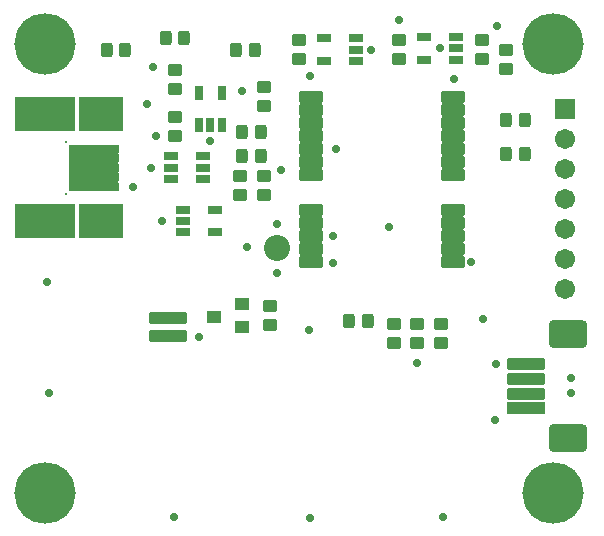
<source format=gts>
%FSLAX43Y43*%
%MOMM*%
G71*
G01*
G75*
G04 Layer_Color=8388736*
G04:AMPARAMS|DCode=10|XSize=1mm|YSize=0.8mm|CornerRadius=0.12mm|HoleSize=0mm|Usage=FLASHONLY|Rotation=270.000|XOffset=0mm|YOffset=0mm|HoleType=Round|Shape=RoundedRectangle|*
%AMROUNDEDRECTD10*
21,1,1.000,0.560,0,0,270.0*
21,1,0.760,0.800,0,0,270.0*
1,1,0.240,-0.280,-0.380*
1,1,0.240,-0.280,0.380*
1,1,0.240,0.280,0.380*
1,1,0.240,0.280,-0.380*
%
%ADD10ROUNDEDRECTD10*%
G04:AMPARAMS|DCode=11|XSize=1mm|YSize=0.8mm|CornerRadius=0.12mm|HoleSize=0mm|Usage=FLASHONLY|Rotation=0.000|XOffset=0mm|YOffset=0mm|HoleType=Round|Shape=RoundedRectangle|*
%AMROUNDEDRECTD11*
21,1,1.000,0.560,0,0,0.0*
21,1,0.760,0.800,0,0,0.0*
1,1,0.240,0.380,-0.280*
1,1,0.240,-0.380,-0.280*
1,1,0.240,-0.380,0.280*
1,1,0.240,0.380,0.280*
%
%ADD11ROUNDEDRECTD11*%
%ADD12R,1.100X0.550*%
%ADD13R,0.550X1.100*%
G04:AMPARAMS|DCode=14|XSize=0.8mm|YSize=3mm|CornerRadius=0.08mm|HoleSize=0mm|Usage=FLASHONLY|Rotation=270.000|XOffset=0mm|YOffset=0mm|HoleType=Round|Shape=RoundedRectangle|*
%AMROUNDEDRECTD14*
21,1,0.800,2.840,0,0,270.0*
21,1,0.640,3.000,0,0,270.0*
1,1,0.160,-1.420,-0.320*
1,1,0.160,-1.420,0.320*
1,1,0.160,1.420,0.320*
1,1,0.160,1.420,-0.320*
%
%ADD14ROUNDEDRECTD14*%
%ADD15R,1.100X0.850*%
G04:AMPARAMS|DCode=16|XSize=2.1mm|YSize=3mm|CornerRadius=0.21mm|HoleSize=0mm|Usage=FLASHONLY|Rotation=270.000|XOffset=0mm|YOffset=0mm|HoleType=Round|Shape=RoundedRectangle|*
%AMROUNDEDRECTD16*
21,1,2.100,2.580,0,0,270.0*
21,1,1.680,3.000,0,0,270.0*
1,1,0.420,-1.290,-0.840*
1,1,0.420,-1.290,0.840*
1,1,0.420,1.290,0.840*
1,1,0.420,1.290,-0.840*
%
%ADD16ROUNDEDRECTD16*%
%ADD17R,3.000X0.800*%
G04:AMPARAMS|DCode=18|XSize=1.8mm|YSize=0.8mm|CornerRadius=0.08mm|HoleSize=0mm|Usage=FLASHONLY|Rotation=180.000|XOffset=0mm|YOffset=0mm|HoleType=Round|Shape=RoundedRectangle|*
%AMROUNDEDRECTD18*
21,1,1.800,0.640,0,0,180.0*
21,1,1.640,0.800,0,0,180.0*
1,1,0.160,-0.820,0.320*
1,1,0.160,0.820,0.320*
1,1,0.160,0.820,-0.320*
1,1,0.160,-0.820,-0.320*
%
%ADD18ROUNDEDRECTD18*%
%ADD19R,4.000X0.500*%
%ADD20R,3.500X2.700*%
%ADD21R,5.000X2.700*%
%ADD22C,0.300*%
%ADD23C,0.200*%
%ADD24C,0.500*%
%ADD25C,5.000*%
%ADD26C,1.500*%
%ADD27C,1.500*%
%ADD28R,1.500X1.500*%
%ADD29C,2.000*%
%ADD30C,0.900*%
%ADD31C,1.400*%
%ADD32C,0.254*%
%ADD33C,0.100*%
%ADD34C,0.152*%
%ADD35C,0.051*%
%ADD36C,0.150*%
%ADD37C,1.000*%
G04:AMPARAMS|DCode=38|XSize=1.203mm|YSize=1.003mm|CornerRadius=0.222mm|HoleSize=0mm|Usage=FLASHONLY|Rotation=270.000|XOffset=0mm|YOffset=0mm|HoleType=Round|Shape=RoundedRectangle|*
%AMROUNDEDRECTD38*
21,1,1.203,0.560,0,0,270.0*
21,1,0.760,1.003,0,0,270.0*
1,1,0.443,-0.280,-0.380*
1,1,0.443,-0.280,0.380*
1,1,0.443,0.280,0.380*
1,1,0.443,0.280,-0.380*
%
%ADD38ROUNDEDRECTD38*%
G04:AMPARAMS|DCode=39|XSize=1.203mm|YSize=1.003mm|CornerRadius=0.222mm|HoleSize=0mm|Usage=FLASHONLY|Rotation=0.000|XOffset=0mm|YOffset=0mm|HoleType=Round|Shape=RoundedRectangle|*
%AMROUNDEDRECTD39*
21,1,1.203,0.560,0,0,0.0*
21,1,0.760,1.003,0,0,0.0*
1,1,0.443,0.380,-0.280*
1,1,0.443,-0.380,-0.280*
1,1,0.443,-0.380,0.280*
1,1,0.443,0.380,0.280*
%
%ADD39ROUNDEDRECTD39*%
%ADD40R,1.303X0.753*%
%ADD41R,0.753X1.303*%
G04:AMPARAMS|DCode=42|XSize=1.003mm|YSize=3.203mm|CornerRadius=0.182mm|HoleSize=0mm|Usage=FLASHONLY|Rotation=270.000|XOffset=0mm|YOffset=0mm|HoleType=Round|Shape=RoundedRectangle|*
%AMROUNDEDRECTD42*
21,1,1.003,2.840,0,0,270.0*
21,1,0.640,3.203,0,0,270.0*
1,1,0.363,-1.420,-0.320*
1,1,0.363,-1.420,0.320*
1,1,0.363,1.420,0.320*
1,1,0.363,1.420,-0.320*
%
%ADD42ROUNDEDRECTD42*%
%ADD43R,1.303X1.053*%
G04:AMPARAMS|DCode=44|XSize=2.303mm|YSize=3.203mm|CornerRadius=0.312mm|HoleSize=0mm|Usage=FLASHONLY|Rotation=270.000|XOffset=0mm|YOffset=0mm|HoleType=Round|Shape=RoundedRectangle|*
%AMROUNDEDRECTD44*
21,1,2.303,2.580,0,0,270.0*
21,1,1.680,3.203,0,0,270.0*
1,1,0.623,-1.290,-0.840*
1,1,0.623,-1.290,0.840*
1,1,0.623,1.290,0.840*
1,1,0.623,1.290,-0.840*
%
%ADD44ROUNDEDRECTD44*%
%ADD45R,3.203X1.003*%
G04:AMPARAMS|DCode=46|XSize=2.003mm|YSize=1.003mm|CornerRadius=0.182mm|HoleSize=0mm|Usage=FLASHONLY|Rotation=180.000|XOffset=0mm|YOffset=0mm|HoleType=Round|Shape=RoundedRectangle|*
%AMROUNDEDRECTD46*
21,1,2.003,0.640,0,0,180.0*
21,1,1.640,1.003,0,0,180.0*
1,1,0.363,-0.820,0.320*
1,1,0.363,0.820,0.320*
1,1,0.363,0.820,-0.320*
1,1,0.363,-0.820,-0.320*
%
%ADD46ROUNDEDRECTD46*%
%ADD47R,4.203X0.703*%
%ADD48R,3.703X2.903*%
%ADD49R,5.203X2.903*%
%ADD50C,5.203*%
%ADD51C,1.703*%
%ADD52C,1.703*%
%ADD53R,1.703X1.703*%
%ADD54R,0.203X0.203*%
%ADD55C,2.203*%
%ADD56C,0.700*%
D37*
X106000Y130600D02*
X109200D01*
X106000Y131400D02*
X109200D01*
X106000Y132200D02*
X109200D01*
X106000Y129800D02*
X109200D01*
X138400Y130500D02*
Y134800D01*
X137600Y130600D02*
Y134800D01*
X138400Y132700D02*
Y137000D01*
X137600Y132800D02*
Y137000D01*
X126400Y130500D02*
Y134800D01*
X125600Y130600D02*
Y134800D01*
X126400Y132600D02*
Y136900D01*
X125600Y132700D02*
Y136900D01*
X138400Y123100D02*
Y127400D01*
X137600Y123200D02*
Y127400D01*
X125600Y123100D02*
Y127300D01*
X126400Y123000D02*
Y127300D01*
D38*
X110300Y141000D02*
D03*
X108700D02*
D03*
X115300Y142000D02*
D03*
X113700D02*
D03*
X121300Y141000D02*
D03*
X119700D02*
D03*
X121800Y132000D02*
D03*
X120200D02*
D03*
X121800Y134000D02*
D03*
X120200D02*
D03*
X130800Y118000D02*
D03*
X129200D02*
D03*
X144100Y132200D02*
D03*
X142500D02*
D03*
X144100Y135000D02*
D03*
X142500D02*
D03*
D39*
X122000Y136200D02*
D03*
Y137800D02*
D03*
X120000Y130300D02*
D03*
Y128700D02*
D03*
X114500Y133700D02*
D03*
Y135300D02*
D03*
X137000Y116200D02*
D03*
Y117800D02*
D03*
X133000Y116200D02*
D03*
Y117800D02*
D03*
X135000Y116200D02*
D03*
Y117800D02*
D03*
X122000Y130300D02*
D03*
Y128700D02*
D03*
X142500Y140950D02*
D03*
Y139350D02*
D03*
X140500Y141800D02*
D03*
Y140200D02*
D03*
X133500Y141800D02*
D03*
Y140200D02*
D03*
X125000D02*
D03*
Y141800D02*
D03*
X114500Y139300D02*
D03*
Y137700D02*
D03*
X122500Y117700D02*
D03*
Y119300D02*
D03*
D40*
X116850Y130050D02*
D03*
X114150Y131950D02*
D03*
Y131000D02*
D03*
Y130050D02*
D03*
X116850Y131000D02*
D03*
Y131950D02*
D03*
X117850Y125550D02*
D03*
X115150Y127450D02*
D03*
Y126500D02*
D03*
X117850Y127450D02*
D03*
X115150Y125550D02*
D03*
X135550Y142050D02*
D03*
X138250Y140150D02*
D03*
Y141100D02*
D03*
Y142050D02*
D03*
X135550Y140150D02*
D03*
X127150Y141950D02*
D03*
X129850Y140050D02*
D03*
Y141000D02*
D03*
Y141950D02*
D03*
X127150Y140050D02*
D03*
D41*
X118450Y137350D02*
D03*
X116550Y134650D02*
D03*
X117500D02*
D03*
X118450D02*
D03*
X116550Y137350D02*
D03*
D42*
X113900Y116750D02*
D03*
Y118250D02*
D03*
X144200Y111875D02*
D03*
Y113125D02*
D03*
Y114375D02*
D03*
D43*
X120200Y117550D02*
D03*
Y119450D02*
D03*
X117800Y118400D02*
D03*
D44*
X147800Y108075D02*
D03*
Y116925D02*
D03*
D45*
X144200Y110625D02*
D03*
D46*
X138000Y126300D02*
D03*
Y125200D02*
D03*
Y124100D02*
D03*
Y123000D02*
D03*
X126000D02*
D03*
Y124100D02*
D03*
Y125200D02*
D03*
Y126300D02*
D03*
Y137000D02*
D03*
Y135900D02*
D03*
Y134800D02*
D03*
Y133700D02*
D03*
Y132600D02*
D03*
Y131500D02*
D03*
Y130400D02*
D03*
Y127400D02*
D03*
X138000D02*
D03*
Y130400D02*
D03*
Y131500D02*
D03*
Y132600D02*
D03*
Y133700D02*
D03*
Y134800D02*
D03*
Y135900D02*
D03*
Y137000D02*
D03*
D47*
X107600Y131800D02*
D03*
Y132600D02*
D03*
Y129400D02*
D03*
Y130200D02*
D03*
Y131000D02*
D03*
D48*
X108250Y126450D02*
D03*
Y135550D02*
D03*
D49*
X103500Y126450D02*
D03*
Y135550D02*
D03*
D50*
X146500Y103500D02*
D03*
Y141500D02*
D03*
X103500Y103500D02*
D03*
Y141500D02*
D03*
D51*
X147500Y123300D02*
D03*
Y128380D02*
D03*
Y133460D02*
D03*
Y120760D02*
D03*
D52*
Y125840D02*
D03*
Y130920D02*
D03*
D53*
Y136000D02*
D03*
D54*
X105250Y128800D02*
D03*
Y133200D02*
D03*
D55*
X123100Y124200D02*
D03*
D56*
Y126200D02*
D03*
X112500Y131000D02*
D03*
X123500Y130800D02*
D03*
X127900Y125200D02*
D03*
Y122900D02*
D03*
X123100Y122100D02*
D03*
X110900Y129400D02*
D03*
X112900Y133700D02*
D03*
X117500Y133300D02*
D03*
X112600Y139500D02*
D03*
X135000Y114500D02*
D03*
X141700Y114400D02*
D03*
X120600Y124300D02*
D03*
X113400Y126500D02*
D03*
X131100Y141000D02*
D03*
X125900Y138800D02*
D03*
X133500Y143500D02*
D03*
X136900Y141100D02*
D03*
X141800Y143000D02*
D03*
X148000Y113200D02*
D03*
Y111900D02*
D03*
X138100Y138500D02*
D03*
X139600Y123000D02*
D03*
X140600Y118200D02*
D03*
X116500Y116700D02*
D03*
X112100Y136400D02*
D03*
X120200Y137500D02*
D03*
X128100Y132600D02*
D03*
X132600Y126000D02*
D03*
X125800Y117300D02*
D03*
X141600Y109600D02*
D03*
X103800Y111900D02*
D03*
X137200Y101400D02*
D03*
X125900Y101300D02*
D03*
X103700Y121300D02*
D03*
X114400Y101400D02*
D03*
M02*

</source>
